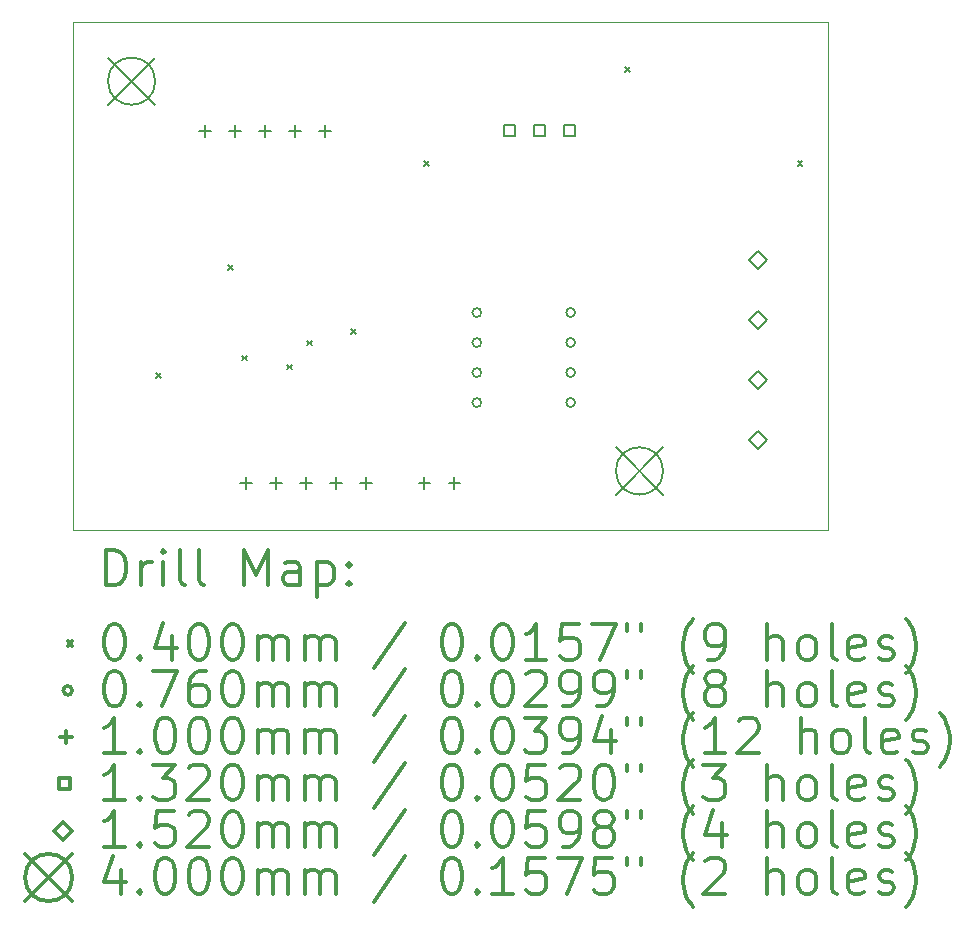
<source format=gbr>
%FSLAX45Y45*%
G04 Gerber Fmt 4.5, Leading zero omitted, Abs format (unit mm)*
G04 Created by KiCad (PCBNEW (5.1.12)-1) date 2022-08-06 16:25:29*
%MOMM*%
%LPD*%
G01*
G04 APERTURE LIST*
%TA.AperFunction,Profile*%
%ADD10C,0.050000*%
%TD*%
%ADD11C,0.200000*%
%ADD12C,0.300000*%
G04 APERTURE END LIST*
D10*
X15400000Y-7200000D02*
X9000000Y-7200000D01*
X15400000Y-11500000D02*
X15400000Y-7200000D01*
X9000000Y-11500000D02*
X15400000Y-11500000D01*
X9000000Y-7200000D02*
X9000000Y-11500000D01*
D11*
X9707500Y-10172500D02*
X9747500Y-10212500D01*
X9747500Y-10172500D02*
X9707500Y-10212500D01*
X10320000Y-9260000D02*
X10360000Y-9300000D01*
X10360000Y-9260000D02*
X10320000Y-9300000D01*
X10436500Y-10023500D02*
X10476500Y-10063500D01*
X10476500Y-10023500D02*
X10436500Y-10063500D01*
X10820000Y-10100000D02*
X10860000Y-10140000D01*
X10860000Y-10100000D02*
X10820000Y-10140000D01*
X10983500Y-9896500D02*
X11023500Y-9936500D01*
X11023500Y-9896500D02*
X10983500Y-9936500D01*
X11360000Y-9800000D02*
X11400000Y-9840000D01*
X11400000Y-9800000D02*
X11360000Y-9840000D01*
X11980000Y-8380000D02*
X12020000Y-8420000D01*
X12020000Y-8380000D02*
X11980000Y-8420000D01*
X13680000Y-7580000D02*
X13720000Y-7620000D01*
X13720000Y-7580000D02*
X13680000Y-7620000D01*
X15140000Y-8380000D02*
X15180000Y-8420000D01*
X15180000Y-8380000D02*
X15140000Y-8420000D01*
X12461000Y-9659000D02*
G75*
G03*
X12461000Y-9659000I-38000J0D01*
G01*
X12461000Y-9913000D02*
G75*
G03*
X12461000Y-9913000I-38000J0D01*
G01*
X12461000Y-10167000D02*
G75*
G03*
X12461000Y-10167000I-38000J0D01*
G01*
X12461000Y-10421000D02*
G75*
G03*
X12461000Y-10421000I-38000J0D01*
G01*
X13255000Y-9659000D02*
G75*
G03*
X13255000Y-9659000I-38000J0D01*
G01*
X13255000Y-9913000D02*
G75*
G03*
X13255000Y-9913000I-38000J0D01*
G01*
X13255000Y-10167000D02*
G75*
G03*
X13255000Y-10167000I-38000J0D01*
G01*
X13255000Y-10421000D02*
G75*
G03*
X13255000Y-10421000I-38000J0D01*
G01*
X10124000Y-8070000D02*
X10124000Y-8170000D01*
X10074000Y-8120000D02*
X10174000Y-8120000D01*
X10378000Y-8070000D02*
X10378000Y-8170000D01*
X10328000Y-8120000D02*
X10428000Y-8120000D01*
X10466000Y-11050000D02*
X10466000Y-11150000D01*
X10416000Y-11100000D02*
X10516000Y-11100000D01*
X10632000Y-8070000D02*
X10632000Y-8170000D01*
X10582000Y-8120000D02*
X10682000Y-8120000D01*
X10720000Y-11050000D02*
X10720000Y-11150000D01*
X10670000Y-11100000D02*
X10770000Y-11100000D01*
X10886000Y-8070000D02*
X10886000Y-8170000D01*
X10836000Y-8120000D02*
X10936000Y-8120000D01*
X10974000Y-11050000D02*
X10974000Y-11150000D01*
X10924000Y-11100000D02*
X11024000Y-11100000D01*
X11140000Y-8070000D02*
X11140000Y-8170000D01*
X11090000Y-8120000D02*
X11190000Y-8120000D01*
X11228000Y-11050000D02*
X11228000Y-11150000D01*
X11178000Y-11100000D02*
X11278000Y-11100000D01*
X11482000Y-11050000D02*
X11482000Y-11150000D01*
X11432000Y-11100000D02*
X11532000Y-11100000D01*
X11980000Y-11050000D02*
X11980000Y-11150000D01*
X11930000Y-11100000D02*
X12030000Y-11100000D01*
X12234000Y-11050000D02*
X12234000Y-11150000D01*
X12184000Y-11100000D02*
X12284000Y-11100000D01*
X12746669Y-8166669D02*
X12746669Y-8073330D01*
X12653330Y-8073330D01*
X12653330Y-8166669D01*
X12746669Y-8166669D01*
X13001669Y-8166669D02*
X13001669Y-8073330D01*
X12908330Y-8073330D01*
X12908330Y-8166669D01*
X13001669Y-8166669D01*
X13256669Y-8166669D02*
X13256669Y-8073330D01*
X13163330Y-8073330D01*
X13163330Y-8166669D01*
X13256669Y-8166669D01*
X14800000Y-9292000D02*
X14876000Y-9216000D01*
X14800000Y-9140000D01*
X14724000Y-9216000D01*
X14800000Y-9292000D01*
X14800000Y-9800000D02*
X14876000Y-9724000D01*
X14800000Y-9648000D01*
X14724000Y-9724000D01*
X14800000Y-9800000D01*
X14800000Y-10308000D02*
X14876000Y-10232000D01*
X14800000Y-10156000D01*
X14724000Y-10232000D01*
X14800000Y-10308000D01*
X14800000Y-10816000D02*
X14876000Y-10740000D01*
X14800000Y-10664000D01*
X14724000Y-10740000D01*
X14800000Y-10816000D01*
X9300000Y-7500000D02*
X9700000Y-7900000D01*
X9700000Y-7500000D02*
X9300000Y-7900000D01*
X9700000Y-7700000D02*
G75*
G03*
X9700000Y-7700000I-200000J0D01*
G01*
X13600000Y-10800000D02*
X14000000Y-11200000D01*
X14000000Y-10800000D02*
X13600000Y-11200000D01*
X14000000Y-11000000D02*
G75*
G03*
X14000000Y-11000000I-200000J0D01*
G01*
D12*
X9283928Y-11968214D02*
X9283928Y-11668214D01*
X9355357Y-11668214D01*
X9398214Y-11682500D01*
X9426786Y-11711071D01*
X9441071Y-11739643D01*
X9455357Y-11796786D01*
X9455357Y-11839643D01*
X9441071Y-11896786D01*
X9426786Y-11925357D01*
X9398214Y-11953929D01*
X9355357Y-11968214D01*
X9283928Y-11968214D01*
X9583928Y-11968214D02*
X9583928Y-11768214D01*
X9583928Y-11825357D02*
X9598214Y-11796786D01*
X9612500Y-11782500D01*
X9641071Y-11768214D01*
X9669643Y-11768214D01*
X9769643Y-11968214D02*
X9769643Y-11768214D01*
X9769643Y-11668214D02*
X9755357Y-11682500D01*
X9769643Y-11696786D01*
X9783928Y-11682500D01*
X9769643Y-11668214D01*
X9769643Y-11696786D01*
X9955357Y-11968214D02*
X9926786Y-11953929D01*
X9912500Y-11925357D01*
X9912500Y-11668214D01*
X10112500Y-11968214D02*
X10083928Y-11953929D01*
X10069643Y-11925357D01*
X10069643Y-11668214D01*
X10455357Y-11968214D02*
X10455357Y-11668214D01*
X10555357Y-11882500D01*
X10655357Y-11668214D01*
X10655357Y-11968214D01*
X10926786Y-11968214D02*
X10926786Y-11811071D01*
X10912500Y-11782500D01*
X10883928Y-11768214D01*
X10826786Y-11768214D01*
X10798214Y-11782500D01*
X10926786Y-11953929D02*
X10898214Y-11968214D01*
X10826786Y-11968214D01*
X10798214Y-11953929D01*
X10783928Y-11925357D01*
X10783928Y-11896786D01*
X10798214Y-11868214D01*
X10826786Y-11853929D01*
X10898214Y-11853929D01*
X10926786Y-11839643D01*
X11069643Y-11768214D02*
X11069643Y-12068214D01*
X11069643Y-11782500D02*
X11098214Y-11768214D01*
X11155357Y-11768214D01*
X11183928Y-11782500D01*
X11198214Y-11796786D01*
X11212500Y-11825357D01*
X11212500Y-11911071D01*
X11198214Y-11939643D01*
X11183928Y-11953929D01*
X11155357Y-11968214D01*
X11098214Y-11968214D01*
X11069643Y-11953929D01*
X11341071Y-11939643D02*
X11355357Y-11953929D01*
X11341071Y-11968214D01*
X11326786Y-11953929D01*
X11341071Y-11939643D01*
X11341071Y-11968214D01*
X11341071Y-11782500D02*
X11355357Y-11796786D01*
X11341071Y-11811071D01*
X11326786Y-11796786D01*
X11341071Y-11782500D01*
X11341071Y-11811071D01*
X8957500Y-12442500D02*
X8997500Y-12482500D01*
X8997500Y-12442500D02*
X8957500Y-12482500D01*
X9341071Y-12298214D02*
X9369643Y-12298214D01*
X9398214Y-12312500D01*
X9412500Y-12326786D01*
X9426786Y-12355357D01*
X9441071Y-12412500D01*
X9441071Y-12483929D01*
X9426786Y-12541071D01*
X9412500Y-12569643D01*
X9398214Y-12583929D01*
X9369643Y-12598214D01*
X9341071Y-12598214D01*
X9312500Y-12583929D01*
X9298214Y-12569643D01*
X9283928Y-12541071D01*
X9269643Y-12483929D01*
X9269643Y-12412500D01*
X9283928Y-12355357D01*
X9298214Y-12326786D01*
X9312500Y-12312500D01*
X9341071Y-12298214D01*
X9569643Y-12569643D02*
X9583928Y-12583929D01*
X9569643Y-12598214D01*
X9555357Y-12583929D01*
X9569643Y-12569643D01*
X9569643Y-12598214D01*
X9841071Y-12398214D02*
X9841071Y-12598214D01*
X9769643Y-12283929D02*
X9698214Y-12498214D01*
X9883928Y-12498214D01*
X10055357Y-12298214D02*
X10083928Y-12298214D01*
X10112500Y-12312500D01*
X10126786Y-12326786D01*
X10141071Y-12355357D01*
X10155357Y-12412500D01*
X10155357Y-12483929D01*
X10141071Y-12541071D01*
X10126786Y-12569643D01*
X10112500Y-12583929D01*
X10083928Y-12598214D01*
X10055357Y-12598214D01*
X10026786Y-12583929D01*
X10012500Y-12569643D01*
X9998214Y-12541071D01*
X9983928Y-12483929D01*
X9983928Y-12412500D01*
X9998214Y-12355357D01*
X10012500Y-12326786D01*
X10026786Y-12312500D01*
X10055357Y-12298214D01*
X10341071Y-12298214D02*
X10369643Y-12298214D01*
X10398214Y-12312500D01*
X10412500Y-12326786D01*
X10426786Y-12355357D01*
X10441071Y-12412500D01*
X10441071Y-12483929D01*
X10426786Y-12541071D01*
X10412500Y-12569643D01*
X10398214Y-12583929D01*
X10369643Y-12598214D01*
X10341071Y-12598214D01*
X10312500Y-12583929D01*
X10298214Y-12569643D01*
X10283928Y-12541071D01*
X10269643Y-12483929D01*
X10269643Y-12412500D01*
X10283928Y-12355357D01*
X10298214Y-12326786D01*
X10312500Y-12312500D01*
X10341071Y-12298214D01*
X10569643Y-12598214D02*
X10569643Y-12398214D01*
X10569643Y-12426786D02*
X10583928Y-12412500D01*
X10612500Y-12398214D01*
X10655357Y-12398214D01*
X10683928Y-12412500D01*
X10698214Y-12441071D01*
X10698214Y-12598214D01*
X10698214Y-12441071D02*
X10712500Y-12412500D01*
X10741071Y-12398214D01*
X10783928Y-12398214D01*
X10812500Y-12412500D01*
X10826786Y-12441071D01*
X10826786Y-12598214D01*
X10969643Y-12598214D02*
X10969643Y-12398214D01*
X10969643Y-12426786D02*
X10983928Y-12412500D01*
X11012500Y-12398214D01*
X11055357Y-12398214D01*
X11083928Y-12412500D01*
X11098214Y-12441071D01*
X11098214Y-12598214D01*
X11098214Y-12441071D02*
X11112500Y-12412500D01*
X11141071Y-12398214D01*
X11183928Y-12398214D01*
X11212500Y-12412500D01*
X11226786Y-12441071D01*
X11226786Y-12598214D01*
X11812500Y-12283929D02*
X11555357Y-12669643D01*
X12198214Y-12298214D02*
X12226786Y-12298214D01*
X12255357Y-12312500D01*
X12269643Y-12326786D01*
X12283928Y-12355357D01*
X12298214Y-12412500D01*
X12298214Y-12483929D01*
X12283928Y-12541071D01*
X12269643Y-12569643D01*
X12255357Y-12583929D01*
X12226786Y-12598214D01*
X12198214Y-12598214D01*
X12169643Y-12583929D01*
X12155357Y-12569643D01*
X12141071Y-12541071D01*
X12126786Y-12483929D01*
X12126786Y-12412500D01*
X12141071Y-12355357D01*
X12155357Y-12326786D01*
X12169643Y-12312500D01*
X12198214Y-12298214D01*
X12426786Y-12569643D02*
X12441071Y-12583929D01*
X12426786Y-12598214D01*
X12412500Y-12583929D01*
X12426786Y-12569643D01*
X12426786Y-12598214D01*
X12626786Y-12298214D02*
X12655357Y-12298214D01*
X12683928Y-12312500D01*
X12698214Y-12326786D01*
X12712500Y-12355357D01*
X12726786Y-12412500D01*
X12726786Y-12483929D01*
X12712500Y-12541071D01*
X12698214Y-12569643D01*
X12683928Y-12583929D01*
X12655357Y-12598214D01*
X12626786Y-12598214D01*
X12598214Y-12583929D01*
X12583928Y-12569643D01*
X12569643Y-12541071D01*
X12555357Y-12483929D01*
X12555357Y-12412500D01*
X12569643Y-12355357D01*
X12583928Y-12326786D01*
X12598214Y-12312500D01*
X12626786Y-12298214D01*
X13012500Y-12598214D02*
X12841071Y-12598214D01*
X12926786Y-12598214D02*
X12926786Y-12298214D01*
X12898214Y-12341071D01*
X12869643Y-12369643D01*
X12841071Y-12383929D01*
X13283928Y-12298214D02*
X13141071Y-12298214D01*
X13126786Y-12441071D01*
X13141071Y-12426786D01*
X13169643Y-12412500D01*
X13241071Y-12412500D01*
X13269643Y-12426786D01*
X13283928Y-12441071D01*
X13298214Y-12469643D01*
X13298214Y-12541071D01*
X13283928Y-12569643D01*
X13269643Y-12583929D01*
X13241071Y-12598214D01*
X13169643Y-12598214D01*
X13141071Y-12583929D01*
X13126786Y-12569643D01*
X13398214Y-12298214D02*
X13598214Y-12298214D01*
X13469643Y-12598214D01*
X13698214Y-12298214D02*
X13698214Y-12355357D01*
X13812500Y-12298214D02*
X13812500Y-12355357D01*
X14255357Y-12712500D02*
X14241071Y-12698214D01*
X14212500Y-12655357D01*
X14198214Y-12626786D01*
X14183928Y-12583929D01*
X14169643Y-12512500D01*
X14169643Y-12455357D01*
X14183928Y-12383929D01*
X14198214Y-12341071D01*
X14212500Y-12312500D01*
X14241071Y-12269643D01*
X14255357Y-12255357D01*
X14383928Y-12598214D02*
X14441071Y-12598214D01*
X14469643Y-12583929D01*
X14483928Y-12569643D01*
X14512500Y-12526786D01*
X14526786Y-12469643D01*
X14526786Y-12355357D01*
X14512500Y-12326786D01*
X14498214Y-12312500D01*
X14469643Y-12298214D01*
X14412500Y-12298214D01*
X14383928Y-12312500D01*
X14369643Y-12326786D01*
X14355357Y-12355357D01*
X14355357Y-12426786D01*
X14369643Y-12455357D01*
X14383928Y-12469643D01*
X14412500Y-12483929D01*
X14469643Y-12483929D01*
X14498214Y-12469643D01*
X14512500Y-12455357D01*
X14526786Y-12426786D01*
X14883928Y-12598214D02*
X14883928Y-12298214D01*
X15012500Y-12598214D02*
X15012500Y-12441071D01*
X14998214Y-12412500D01*
X14969643Y-12398214D01*
X14926786Y-12398214D01*
X14898214Y-12412500D01*
X14883928Y-12426786D01*
X15198214Y-12598214D02*
X15169643Y-12583929D01*
X15155357Y-12569643D01*
X15141071Y-12541071D01*
X15141071Y-12455357D01*
X15155357Y-12426786D01*
X15169643Y-12412500D01*
X15198214Y-12398214D01*
X15241071Y-12398214D01*
X15269643Y-12412500D01*
X15283928Y-12426786D01*
X15298214Y-12455357D01*
X15298214Y-12541071D01*
X15283928Y-12569643D01*
X15269643Y-12583929D01*
X15241071Y-12598214D01*
X15198214Y-12598214D01*
X15469643Y-12598214D02*
X15441071Y-12583929D01*
X15426786Y-12555357D01*
X15426786Y-12298214D01*
X15698214Y-12583929D02*
X15669643Y-12598214D01*
X15612500Y-12598214D01*
X15583928Y-12583929D01*
X15569643Y-12555357D01*
X15569643Y-12441071D01*
X15583928Y-12412500D01*
X15612500Y-12398214D01*
X15669643Y-12398214D01*
X15698214Y-12412500D01*
X15712500Y-12441071D01*
X15712500Y-12469643D01*
X15569643Y-12498214D01*
X15826786Y-12583929D02*
X15855357Y-12598214D01*
X15912500Y-12598214D01*
X15941071Y-12583929D01*
X15955357Y-12555357D01*
X15955357Y-12541071D01*
X15941071Y-12512500D01*
X15912500Y-12498214D01*
X15869643Y-12498214D01*
X15841071Y-12483929D01*
X15826786Y-12455357D01*
X15826786Y-12441071D01*
X15841071Y-12412500D01*
X15869643Y-12398214D01*
X15912500Y-12398214D01*
X15941071Y-12412500D01*
X16055357Y-12712500D02*
X16069643Y-12698214D01*
X16098214Y-12655357D01*
X16112500Y-12626786D01*
X16126786Y-12583929D01*
X16141071Y-12512500D01*
X16141071Y-12455357D01*
X16126786Y-12383929D01*
X16112500Y-12341071D01*
X16098214Y-12312500D01*
X16069643Y-12269643D01*
X16055357Y-12255357D01*
X8997500Y-12858500D02*
G75*
G03*
X8997500Y-12858500I-38000J0D01*
G01*
X9341071Y-12694214D02*
X9369643Y-12694214D01*
X9398214Y-12708500D01*
X9412500Y-12722786D01*
X9426786Y-12751357D01*
X9441071Y-12808500D01*
X9441071Y-12879929D01*
X9426786Y-12937071D01*
X9412500Y-12965643D01*
X9398214Y-12979929D01*
X9369643Y-12994214D01*
X9341071Y-12994214D01*
X9312500Y-12979929D01*
X9298214Y-12965643D01*
X9283928Y-12937071D01*
X9269643Y-12879929D01*
X9269643Y-12808500D01*
X9283928Y-12751357D01*
X9298214Y-12722786D01*
X9312500Y-12708500D01*
X9341071Y-12694214D01*
X9569643Y-12965643D02*
X9583928Y-12979929D01*
X9569643Y-12994214D01*
X9555357Y-12979929D01*
X9569643Y-12965643D01*
X9569643Y-12994214D01*
X9683928Y-12694214D02*
X9883928Y-12694214D01*
X9755357Y-12994214D01*
X10126786Y-12694214D02*
X10069643Y-12694214D01*
X10041071Y-12708500D01*
X10026786Y-12722786D01*
X9998214Y-12765643D01*
X9983928Y-12822786D01*
X9983928Y-12937071D01*
X9998214Y-12965643D01*
X10012500Y-12979929D01*
X10041071Y-12994214D01*
X10098214Y-12994214D01*
X10126786Y-12979929D01*
X10141071Y-12965643D01*
X10155357Y-12937071D01*
X10155357Y-12865643D01*
X10141071Y-12837071D01*
X10126786Y-12822786D01*
X10098214Y-12808500D01*
X10041071Y-12808500D01*
X10012500Y-12822786D01*
X9998214Y-12837071D01*
X9983928Y-12865643D01*
X10341071Y-12694214D02*
X10369643Y-12694214D01*
X10398214Y-12708500D01*
X10412500Y-12722786D01*
X10426786Y-12751357D01*
X10441071Y-12808500D01*
X10441071Y-12879929D01*
X10426786Y-12937071D01*
X10412500Y-12965643D01*
X10398214Y-12979929D01*
X10369643Y-12994214D01*
X10341071Y-12994214D01*
X10312500Y-12979929D01*
X10298214Y-12965643D01*
X10283928Y-12937071D01*
X10269643Y-12879929D01*
X10269643Y-12808500D01*
X10283928Y-12751357D01*
X10298214Y-12722786D01*
X10312500Y-12708500D01*
X10341071Y-12694214D01*
X10569643Y-12994214D02*
X10569643Y-12794214D01*
X10569643Y-12822786D02*
X10583928Y-12808500D01*
X10612500Y-12794214D01*
X10655357Y-12794214D01*
X10683928Y-12808500D01*
X10698214Y-12837071D01*
X10698214Y-12994214D01*
X10698214Y-12837071D02*
X10712500Y-12808500D01*
X10741071Y-12794214D01*
X10783928Y-12794214D01*
X10812500Y-12808500D01*
X10826786Y-12837071D01*
X10826786Y-12994214D01*
X10969643Y-12994214D02*
X10969643Y-12794214D01*
X10969643Y-12822786D02*
X10983928Y-12808500D01*
X11012500Y-12794214D01*
X11055357Y-12794214D01*
X11083928Y-12808500D01*
X11098214Y-12837071D01*
X11098214Y-12994214D01*
X11098214Y-12837071D02*
X11112500Y-12808500D01*
X11141071Y-12794214D01*
X11183928Y-12794214D01*
X11212500Y-12808500D01*
X11226786Y-12837071D01*
X11226786Y-12994214D01*
X11812500Y-12679929D02*
X11555357Y-13065643D01*
X12198214Y-12694214D02*
X12226786Y-12694214D01*
X12255357Y-12708500D01*
X12269643Y-12722786D01*
X12283928Y-12751357D01*
X12298214Y-12808500D01*
X12298214Y-12879929D01*
X12283928Y-12937071D01*
X12269643Y-12965643D01*
X12255357Y-12979929D01*
X12226786Y-12994214D01*
X12198214Y-12994214D01*
X12169643Y-12979929D01*
X12155357Y-12965643D01*
X12141071Y-12937071D01*
X12126786Y-12879929D01*
X12126786Y-12808500D01*
X12141071Y-12751357D01*
X12155357Y-12722786D01*
X12169643Y-12708500D01*
X12198214Y-12694214D01*
X12426786Y-12965643D02*
X12441071Y-12979929D01*
X12426786Y-12994214D01*
X12412500Y-12979929D01*
X12426786Y-12965643D01*
X12426786Y-12994214D01*
X12626786Y-12694214D02*
X12655357Y-12694214D01*
X12683928Y-12708500D01*
X12698214Y-12722786D01*
X12712500Y-12751357D01*
X12726786Y-12808500D01*
X12726786Y-12879929D01*
X12712500Y-12937071D01*
X12698214Y-12965643D01*
X12683928Y-12979929D01*
X12655357Y-12994214D01*
X12626786Y-12994214D01*
X12598214Y-12979929D01*
X12583928Y-12965643D01*
X12569643Y-12937071D01*
X12555357Y-12879929D01*
X12555357Y-12808500D01*
X12569643Y-12751357D01*
X12583928Y-12722786D01*
X12598214Y-12708500D01*
X12626786Y-12694214D01*
X12841071Y-12722786D02*
X12855357Y-12708500D01*
X12883928Y-12694214D01*
X12955357Y-12694214D01*
X12983928Y-12708500D01*
X12998214Y-12722786D01*
X13012500Y-12751357D01*
X13012500Y-12779929D01*
X12998214Y-12822786D01*
X12826786Y-12994214D01*
X13012500Y-12994214D01*
X13155357Y-12994214D02*
X13212500Y-12994214D01*
X13241071Y-12979929D01*
X13255357Y-12965643D01*
X13283928Y-12922786D01*
X13298214Y-12865643D01*
X13298214Y-12751357D01*
X13283928Y-12722786D01*
X13269643Y-12708500D01*
X13241071Y-12694214D01*
X13183928Y-12694214D01*
X13155357Y-12708500D01*
X13141071Y-12722786D01*
X13126786Y-12751357D01*
X13126786Y-12822786D01*
X13141071Y-12851357D01*
X13155357Y-12865643D01*
X13183928Y-12879929D01*
X13241071Y-12879929D01*
X13269643Y-12865643D01*
X13283928Y-12851357D01*
X13298214Y-12822786D01*
X13441071Y-12994214D02*
X13498214Y-12994214D01*
X13526786Y-12979929D01*
X13541071Y-12965643D01*
X13569643Y-12922786D01*
X13583928Y-12865643D01*
X13583928Y-12751357D01*
X13569643Y-12722786D01*
X13555357Y-12708500D01*
X13526786Y-12694214D01*
X13469643Y-12694214D01*
X13441071Y-12708500D01*
X13426786Y-12722786D01*
X13412500Y-12751357D01*
X13412500Y-12822786D01*
X13426786Y-12851357D01*
X13441071Y-12865643D01*
X13469643Y-12879929D01*
X13526786Y-12879929D01*
X13555357Y-12865643D01*
X13569643Y-12851357D01*
X13583928Y-12822786D01*
X13698214Y-12694214D02*
X13698214Y-12751357D01*
X13812500Y-12694214D02*
X13812500Y-12751357D01*
X14255357Y-13108500D02*
X14241071Y-13094214D01*
X14212500Y-13051357D01*
X14198214Y-13022786D01*
X14183928Y-12979929D01*
X14169643Y-12908500D01*
X14169643Y-12851357D01*
X14183928Y-12779929D01*
X14198214Y-12737071D01*
X14212500Y-12708500D01*
X14241071Y-12665643D01*
X14255357Y-12651357D01*
X14412500Y-12822786D02*
X14383928Y-12808500D01*
X14369643Y-12794214D01*
X14355357Y-12765643D01*
X14355357Y-12751357D01*
X14369643Y-12722786D01*
X14383928Y-12708500D01*
X14412500Y-12694214D01*
X14469643Y-12694214D01*
X14498214Y-12708500D01*
X14512500Y-12722786D01*
X14526786Y-12751357D01*
X14526786Y-12765643D01*
X14512500Y-12794214D01*
X14498214Y-12808500D01*
X14469643Y-12822786D01*
X14412500Y-12822786D01*
X14383928Y-12837071D01*
X14369643Y-12851357D01*
X14355357Y-12879929D01*
X14355357Y-12937071D01*
X14369643Y-12965643D01*
X14383928Y-12979929D01*
X14412500Y-12994214D01*
X14469643Y-12994214D01*
X14498214Y-12979929D01*
X14512500Y-12965643D01*
X14526786Y-12937071D01*
X14526786Y-12879929D01*
X14512500Y-12851357D01*
X14498214Y-12837071D01*
X14469643Y-12822786D01*
X14883928Y-12994214D02*
X14883928Y-12694214D01*
X15012500Y-12994214D02*
X15012500Y-12837071D01*
X14998214Y-12808500D01*
X14969643Y-12794214D01*
X14926786Y-12794214D01*
X14898214Y-12808500D01*
X14883928Y-12822786D01*
X15198214Y-12994214D02*
X15169643Y-12979929D01*
X15155357Y-12965643D01*
X15141071Y-12937071D01*
X15141071Y-12851357D01*
X15155357Y-12822786D01*
X15169643Y-12808500D01*
X15198214Y-12794214D01*
X15241071Y-12794214D01*
X15269643Y-12808500D01*
X15283928Y-12822786D01*
X15298214Y-12851357D01*
X15298214Y-12937071D01*
X15283928Y-12965643D01*
X15269643Y-12979929D01*
X15241071Y-12994214D01*
X15198214Y-12994214D01*
X15469643Y-12994214D02*
X15441071Y-12979929D01*
X15426786Y-12951357D01*
X15426786Y-12694214D01*
X15698214Y-12979929D02*
X15669643Y-12994214D01*
X15612500Y-12994214D01*
X15583928Y-12979929D01*
X15569643Y-12951357D01*
X15569643Y-12837071D01*
X15583928Y-12808500D01*
X15612500Y-12794214D01*
X15669643Y-12794214D01*
X15698214Y-12808500D01*
X15712500Y-12837071D01*
X15712500Y-12865643D01*
X15569643Y-12894214D01*
X15826786Y-12979929D02*
X15855357Y-12994214D01*
X15912500Y-12994214D01*
X15941071Y-12979929D01*
X15955357Y-12951357D01*
X15955357Y-12937071D01*
X15941071Y-12908500D01*
X15912500Y-12894214D01*
X15869643Y-12894214D01*
X15841071Y-12879929D01*
X15826786Y-12851357D01*
X15826786Y-12837071D01*
X15841071Y-12808500D01*
X15869643Y-12794214D01*
X15912500Y-12794214D01*
X15941071Y-12808500D01*
X16055357Y-13108500D02*
X16069643Y-13094214D01*
X16098214Y-13051357D01*
X16112500Y-13022786D01*
X16126786Y-12979929D01*
X16141071Y-12908500D01*
X16141071Y-12851357D01*
X16126786Y-12779929D01*
X16112500Y-12737071D01*
X16098214Y-12708500D01*
X16069643Y-12665643D01*
X16055357Y-12651357D01*
X8947500Y-13204500D02*
X8947500Y-13304500D01*
X8897500Y-13254500D02*
X8997500Y-13254500D01*
X9441071Y-13390214D02*
X9269643Y-13390214D01*
X9355357Y-13390214D02*
X9355357Y-13090214D01*
X9326786Y-13133071D01*
X9298214Y-13161643D01*
X9269643Y-13175929D01*
X9569643Y-13361643D02*
X9583928Y-13375929D01*
X9569643Y-13390214D01*
X9555357Y-13375929D01*
X9569643Y-13361643D01*
X9569643Y-13390214D01*
X9769643Y-13090214D02*
X9798214Y-13090214D01*
X9826786Y-13104500D01*
X9841071Y-13118786D01*
X9855357Y-13147357D01*
X9869643Y-13204500D01*
X9869643Y-13275929D01*
X9855357Y-13333071D01*
X9841071Y-13361643D01*
X9826786Y-13375929D01*
X9798214Y-13390214D01*
X9769643Y-13390214D01*
X9741071Y-13375929D01*
X9726786Y-13361643D01*
X9712500Y-13333071D01*
X9698214Y-13275929D01*
X9698214Y-13204500D01*
X9712500Y-13147357D01*
X9726786Y-13118786D01*
X9741071Y-13104500D01*
X9769643Y-13090214D01*
X10055357Y-13090214D02*
X10083928Y-13090214D01*
X10112500Y-13104500D01*
X10126786Y-13118786D01*
X10141071Y-13147357D01*
X10155357Y-13204500D01*
X10155357Y-13275929D01*
X10141071Y-13333071D01*
X10126786Y-13361643D01*
X10112500Y-13375929D01*
X10083928Y-13390214D01*
X10055357Y-13390214D01*
X10026786Y-13375929D01*
X10012500Y-13361643D01*
X9998214Y-13333071D01*
X9983928Y-13275929D01*
X9983928Y-13204500D01*
X9998214Y-13147357D01*
X10012500Y-13118786D01*
X10026786Y-13104500D01*
X10055357Y-13090214D01*
X10341071Y-13090214D02*
X10369643Y-13090214D01*
X10398214Y-13104500D01*
X10412500Y-13118786D01*
X10426786Y-13147357D01*
X10441071Y-13204500D01*
X10441071Y-13275929D01*
X10426786Y-13333071D01*
X10412500Y-13361643D01*
X10398214Y-13375929D01*
X10369643Y-13390214D01*
X10341071Y-13390214D01*
X10312500Y-13375929D01*
X10298214Y-13361643D01*
X10283928Y-13333071D01*
X10269643Y-13275929D01*
X10269643Y-13204500D01*
X10283928Y-13147357D01*
X10298214Y-13118786D01*
X10312500Y-13104500D01*
X10341071Y-13090214D01*
X10569643Y-13390214D02*
X10569643Y-13190214D01*
X10569643Y-13218786D02*
X10583928Y-13204500D01*
X10612500Y-13190214D01*
X10655357Y-13190214D01*
X10683928Y-13204500D01*
X10698214Y-13233071D01*
X10698214Y-13390214D01*
X10698214Y-13233071D02*
X10712500Y-13204500D01*
X10741071Y-13190214D01*
X10783928Y-13190214D01*
X10812500Y-13204500D01*
X10826786Y-13233071D01*
X10826786Y-13390214D01*
X10969643Y-13390214D02*
X10969643Y-13190214D01*
X10969643Y-13218786D02*
X10983928Y-13204500D01*
X11012500Y-13190214D01*
X11055357Y-13190214D01*
X11083928Y-13204500D01*
X11098214Y-13233071D01*
X11098214Y-13390214D01*
X11098214Y-13233071D02*
X11112500Y-13204500D01*
X11141071Y-13190214D01*
X11183928Y-13190214D01*
X11212500Y-13204500D01*
X11226786Y-13233071D01*
X11226786Y-13390214D01*
X11812500Y-13075929D02*
X11555357Y-13461643D01*
X12198214Y-13090214D02*
X12226786Y-13090214D01*
X12255357Y-13104500D01*
X12269643Y-13118786D01*
X12283928Y-13147357D01*
X12298214Y-13204500D01*
X12298214Y-13275929D01*
X12283928Y-13333071D01*
X12269643Y-13361643D01*
X12255357Y-13375929D01*
X12226786Y-13390214D01*
X12198214Y-13390214D01*
X12169643Y-13375929D01*
X12155357Y-13361643D01*
X12141071Y-13333071D01*
X12126786Y-13275929D01*
X12126786Y-13204500D01*
X12141071Y-13147357D01*
X12155357Y-13118786D01*
X12169643Y-13104500D01*
X12198214Y-13090214D01*
X12426786Y-13361643D02*
X12441071Y-13375929D01*
X12426786Y-13390214D01*
X12412500Y-13375929D01*
X12426786Y-13361643D01*
X12426786Y-13390214D01*
X12626786Y-13090214D02*
X12655357Y-13090214D01*
X12683928Y-13104500D01*
X12698214Y-13118786D01*
X12712500Y-13147357D01*
X12726786Y-13204500D01*
X12726786Y-13275929D01*
X12712500Y-13333071D01*
X12698214Y-13361643D01*
X12683928Y-13375929D01*
X12655357Y-13390214D01*
X12626786Y-13390214D01*
X12598214Y-13375929D01*
X12583928Y-13361643D01*
X12569643Y-13333071D01*
X12555357Y-13275929D01*
X12555357Y-13204500D01*
X12569643Y-13147357D01*
X12583928Y-13118786D01*
X12598214Y-13104500D01*
X12626786Y-13090214D01*
X12826786Y-13090214D02*
X13012500Y-13090214D01*
X12912500Y-13204500D01*
X12955357Y-13204500D01*
X12983928Y-13218786D01*
X12998214Y-13233071D01*
X13012500Y-13261643D01*
X13012500Y-13333071D01*
X12998214Y-13361643D01*
X12983928Y-13375929D01*
X12955357Y-13390214D01*
X12869643Y-13390214D01*
X12841071Y-13375929D01*
X12826786Y-13361643D01*
X13155357Y-13390214D02*
X13212500Y-13390214D01*
X13241071Y-13375929D01*
X13255357Y-13361643D01*
X13283928Y-13318786D01*
X13298214Y-13261643D01*
X13298214Y-13147357D01*
X13283928Y-13118786D01*
X13269643Y-13104500D01*
X13241071Y-13090214D01*
X13183928Y-13090214D01*
X13155357Y-13104500D01*
X13141071Y-13118786D01*
X13126786Y-13147357D01*
X13126786Y-13218786D01*
X13141071Y-13247357D01*
X13155357Y-13261643D01*
X13183928Y-13275929D01*
X13241071Y-13275929D01*
X13269643Y-13261643D01*
X13283928Y-13247357D01*
X13298214Y-13218786D01*
X13555357Y-13190214D02*
X13555357Y-13390214D01*
X13483928Y-13075929D02*
X13412500Y-13290214D01*
X13598214Y-13290214D01*
X13698214Y-13090214D02*
X13698214Y-13147357D01*
X13812500Y-13090214D02*
X13812500Y-13147357D01*
X14255357Y-13504500D02*
X14241071Y-13490214D01*
X14212500Y-13447357D01*
X14198214Y-13418786D01*
X14183928Y-13375929D01*
X14169643Y-13304500D01*
X14169643Y-13247357D01*
X14183928Y-13175929D01*
X14198214Y-13133071D01*
X14212500Y-13104500D01*
X14241071Y-13061643D01*
X14255357Y-13047357D01*
X14526786Y-13390214D02*
X14355357Y-13390214D01*
X14441071Y-13390214D02*
X14441071Y-13090214D01*
X14412500Y-13133071D01*
X14383928Y-13161643D01*
X14355357Y-13175929D01*
X14641071Y-13118786D02*
X14655357Y-13104500D01*
X14683928Y-13090214D01*
X14755357Y-13090214D01*
X14783928Y-13104500D01*
X14798214Y-13118786D01*
X14812500Y-13147357D01*
X14812500Y-13175929D01*
X14798214Y-13218786D01*
X14626786Y-13390214D01*
X14812500Y-13390214D01*
X15169643Y-13390214D02*
X15169643Y-13090214D01*
X15298214Y-13390214D02*
X15298214Y-13233071D01*
X15283928Y-13204500D01*
X15255357Y-13190214D01*
X15212500Y-13190214D01*
X15183928Y-13204500D01*
X15169643Y-13218786D01*
X15483928Y-13390214D02*
X15455357Y-13375929D01*
X15441071Y-13361643D01*
X15426786Y-13333071D01*
X15426786Y-13247357D01*
X15441071Y-13218786D01*
X15455357Y-13204500D01*
X15483928Y-13190214D01*
X15526786Y-13190214D01*
X15555357Y-13204500D01*
X15569643Y-13218786D01*
X15583928Y-13247357D01*
X15583928Y-13333071D01*
X15569643Y-13361643D01*
X15555357Y-13375929D01*
X15526786Y-13390214D01*
X15483928Y-13390214D01*
X15755357Y-13390214D02*
X15726786Y-13375929D01*
X15712500Y-13347357D01*
X15712500Y-13090214D01*
X15983928Y-13375929D02*
X15955357Y-13390214D01*
X15898214Y-13390214D01*
X15869643Y-13375929D01*
X15855357Y-13347357D01*
X15855357Y-13233071D01*
X15869643Y-13204500D01*
X15898214Y-13190214D01*
X15955357Y-13190214D01*
X15983928Y-13204500D01*
X15998214Y-13233071D01*
X15998214Y-13261643D01*
X15855357Y-13290214D01*
X16112500Y-13375929D02*
X16141071Y-13390214D01*
X16198214Y-13390214D01*
X16226786Y-13375929D01*
X16241071Y-13347357D01*
X16241071Y-13333071D01*
X16226786Y-13304500D01*
X16198214Y-13290214D01*
X16155357Y-13290214D01*
X16126786Y-13275929D01*
X16112500Y-13247357D01*
X16112500Y-13233071D01*
X16126786Y-13204500D01*
X16155357Y-13190214D01*
X16198214Y-13190214D01*
X16226786Y-13204500D01*
X16341071Y-13504500D02*
X16355357Y-13490214D01*
X16383928Y-13447357D01*
X16398214Y-13418786D01*
X16412500Y-13375929D01*
X16426786Y-13304500D01*
X16426786Y-13247357D01*
X16412500Y-13175929D01*
X16398214Y-13133071D01*
X16383928Y-13104500D01*
X16355357Y-13061643D01*
X16341071Y-13047357D01*
X8978169Y-13697170D02*
X8978169Y-13603831D01*
X8884830Y-13603831D01*
X8884830Y-13697170D01*
X8978169Y-13697170D01*
X9441071Y-13786214D02*
X9269643Y-13786214D01*
X9355357Y-13786214D02*
X9355357Y-13486214D01*
X9326786Y-13529071D01*
X9298214Y-13557643D01*
X9269643Y-13571929D01*
X9569643Y-13757643D02*
X9583928Y-13771929D01*
X9569643Y-13786214D01*
X9555357Y-13771929D01*
X9569643Y-13757643D01*
X9569643Y-13786214D01*
X9683928Y-13486214D02*
X9869643Y-13486214D01*
X9769643Y-13600500D01*
X9812500Y-13600500D01*
X9841071Y-13614786D01*
X9855357Y-13629071D01*
X9869643Y-13657643D01*
X9869643Y-13729071D01*
X9855357Y-13757643D01*
X9841071Y-13771929D01*
X9812500Y-13786214D01*
X9726786Y-13786214D01*
X9698214Y-13771929D01*
X9683928Y-13757643D01*
X9983928Y-13514786D02*
X9998214Y-13500500D01*
X10026786Y-13486214D01*
X10098214Y-13486214D01*
X10126786Y-13500500D01*
X10141071Y-13514786D01*
X10155357Y-13543357D01*
X10155357Y-13571929D01*
X10141071Y-13614786D01*
X9969643Y-13786214D01*
X10155357Y-13786214D01*
X10341071Y-13486214D02*
X10369643Y-13486214D01*
X10398214Y-13500500D01*
X10412500Y-13514786D01*
X10426786Y-13543357D01*
X10441071Y-13600500D01*
X10441071Y-13671929D01*
X10426786Y-13729071D01*
X10412500Y-13757643D01*
X10398214Y-13771929D01*
X10369643Y-13786214D01*
X10341071Y-13786214D01*
X10312500Y-13771929D01*
X10298214Y-13757643D01*
X10283928Y-13729071D01*
X10269643Y-13671929D01*
X10269643Y-13600500D01*
X10283928Y-13543357D01*
X10298214Y-13514786D01*
X10312500Y-13500500D01*
X10341071Y-13486214D01*
X10569643Y-13786214D02*
X10569643Y-13586214D01*
X10569643Y-13614786D02*
X10583928Y-13600500D01*
X10612500Y-13586214D01*
X10655357Y-13586214D01*
X10683928Y-13600500D01*
X10698214Y-13629071D01*
X10698214Y-13786214D01*
X10698214Y-13629071D02*
X10712500Y-13600500D01*
X10741071Y-13586214D01*
X10783928Y-13586214D01*
X10812500Y-13600500D01*
X10826786Y-13629071D01*
X10826786Y-13786214D01*
X10969643Y-13786214D02*
X10969643Y-13586214D01*
X10969643Y-13614786D02*
X10983928Y-13600500D01*
X11012500Y-13586214D01*
X11055357Y-13586214D01*
X11083928Y-13600500D01*
X11098214Y-13629071D01*
X11098214Y-13786214D01*
X11098214Y-13629071D02*
X11112500Y-13600500D01*
X11141071Y-13586214D01*
X11183928Y-13586214D01*
X11212500Y-13600500D01*
X11226786Y-13629071D01*
X11226786Y-13786214D01*
X11812500Y-13471929D02*
X11555357Y-13857643D01*
X12198214Y-13486214D02*
X12226786Y-13486214D01*
X12255357Y-13500500D01*
X12269643Y-13514786D01*
X12283928Y-13543357D01*
X12298214Y-13600500D01*
X12298214Y-13671929D01*
X12283928Y-13729071D01*
X12269643Y-13757643D01*
X12255357Y-13771929D01*
X12226786Y-13786214D01*
X12198214Y-13786214D01*
X12169643Y-13771929D01*
X12155357Y-13757643D01*
X12141071Y-13729071D01*
X12126786Y-13671929D01*
X12126786Y-13600500D01*
X12141071Y-13543357D01*
X12155357Y-13514786D01*
X12169643Y-13500500D01*
X12198214Y-13486214D01*
X12426786Y-13757643D02*
X12441071Y-13771929D01*
X12426786Y-13786214D01*
X12412500Y-13771929D01*
X12426786Y-13757643D01*
X12426786Y-13786214D01*
X12626786Y-13486214D02*
X12655357Y-13486214D01*
X12683928Y-13500500D01*
X12698214Y-13514786D01*
X12712500Y-13543357D01*
X12726786Y-13600500D01*
X12726786Y-13671929D01*
X12712500Y-13729071D01*
X12698214Y-13757643D01*
X12683928Y-13771929D01*
X12655357Y-13786214D01*
X12626786Y-13786214D01*
X12598214Y-13771929D01*
X12583928Y-13757643D01*
X12569643Y-13729071D01*
X12555357Y-13671929D01*
X12555357Y-13600500D01*
X12569643Y-13543357D01*
X12583928Y-13514786D01*
X12598214Y-13500500D01*
X12626786Y-13486214D01*
X12998214Y-13486214D02*
X12855357Y-13486214D01*
X12841071Y-13629071D01*
X12855357Y-13614786D01*
X12883928Y-13600500D01*
X12955357Y-13600500D01*
X12983928Y-13614786D01*
X12998214Y-13629071D01*
X13012500Y-13657643D01*
X13012500Y-13729071D01*
X12998214Y-13757643D01*
X12983928Y-13771929D01*
X12955357Y-13786214D01*
X12883928Y-13786214D01*
X12855357Y-13771929D01*
X12841071Y-13757643D01*
X13126786Y-13514786D02*
X13141071Y-13500500D01*
X13169643Y-13486214D01*
X13241071Y-13486214D01*
X13269643Y-13500500D01*
X13283928Y-13514786D01*
X13298214Y-13543357D01*
X13298214Y-13571929D01*
X13283928Y-13614786D01*
X13112500Y-13786214D01*
X13298214Y-13786214D01*
X13483928Y-13486214D02*
X13512500Y-13486214D01*
X13541071Y-13500500D01*
X13555357Y-13514786D01*
X13569643Y-13543357D01*
X13583928Y-13600500D01*
X13583928Y-13671929D01*
X13569643Y-13729071D01*
X13555357Y-13757643D01*
X13541071Y-13771929D01*
X13512500Y-13786214D01*
X13483928Y-13786214D01*
X13455357Y-13771929D01*
X13441071Y-13757643D01*
X13426786Y-13729071D01*
X13412500Y-13671929D01*
X13412500Y-13600500D01*
X13426786Y-13543357D01*
X13441071Y-13514786D01*
X13455357Y-13500500D01*
X13483928Y-13486214D01*
X13698214Y-13486214D02*
X13698214Y-13543357D01*
X13812500Y-13486214D02*
X13812500Y-13543357D01*
X14255357Y-13900500D02*
X14241071Y-13886214D01*
X14212500Y-13843357D01*
X14198214Y-13814786D01*
X14183928Y-13771929D01*
X14169643Y-13700500D01*
X14169643Y-13643357D01*
X14183928Y-13571929D01*
X14198214Y-13529071D01*
X14212500Y-13500500D01*
X14241071Y-13457643D01*
X14255357Y-13443357D01*
X14341071Y-13486214D02*
X14526786Y-13486214D01*
X14426786Y-13600500D01*
X14469643Y-13600500D01*
X14498214Y-13614786D01*
X14512500Y-13629071D01*
X14526786Y-13657643D01*
X14526786Y-13729071D01*
X14512500Y-13757643D01*
X14498214Y-13771929D01*
X14469643Y-13786214D01*
X14383928Y-13786214D01*
X14355357Y-13771929D01*
X14341071Y-13757643D01*
X14883928Y-13786214D02*
X14883928Y-13486214D01*
X15012500Y-13786214D02*
X15012500Y-13629071D01*
X14998214Y-13600500D01*
X14969643Y-13586214D01*
X14926786Y-13586214D01*
X14898214Y-13600500D01*
X14883928Y-13614786D01*
X15198214Y-13786214D02*
X15169643Y-13771929D01*
X15155357Y-13757643D01*
X15141071Y-13729071D01*
X15141071Y-13643357D01*
X15155357Y-13614786D01*
X15169643Y-13600500D01*
X15198214Y-13586214D01*
X15241071Y-13586214D01*
X15269643Y-13600500D01*
X15283928Y-13614786D01*
X15298214Y-13643357D01*
X15298214Y-13729071D01*
X15283928Y-13757643D01*
X15269643Y-13771929D01*
X15241071Y-13786214D01*
X15198214Y-13786214D01*
X15469643Y-13786214D02*
X15441071Y-13771929D01*
X15426786Y-13743357D01*
X15426786Y-13486214D01*
X15698214Y-13771929D02*
X15669643Y-13786214D01*
X15612500Y-13786214D01*
X15583928Y-13771929D01*
X15569643Y-13743357D01*
X15569643Y-13629071D01*
X15583928Y-13600500D01*
X15612500Y-13586214D01*
X15669643Y-13586214D01*
X15698214Y-13600500D01*
X15712500Y-13629071D01*
X15712500Y-13657643D01*
X15569643Y-13686214D01*
X15826786Y-13771929D02*
X15855357Y-13786214D01*
X15912500Y-13786214D01*
X15941071Y-13771929D01*
X15955357Y-13743357D01*
X15955357Y-13729071D01*
X15941071Y-13700500D01*
X15912500Y-13686214D01*
X15869643Y-13686214D01*
X15841071Y-13671929D01*
X15826786Y-13643357D01*
X15826786Y-13629071D01*
X15841071Y-13600500D01*
X15869643Y-13586214D01*
X15912500Y-13586214D01*
X15941071Y-13600500D01*
X16055357Y-13900500D02*
X16069643Y-13886214D01*
X16098214Y-13843357D01*
X16112500Y-13814786D01*
X16126786Y-13771929D01*
X16141071Y-13700500D01*
X16141071Y-13643357D01*
X16126786Y-13571929D01*
X16112500Y-13529071D01*
X16098214Y-13500500D01*
X16069643Y-13457643D01*
X16055357Y-13443357D01*
X8921500Y-14122500D02*
X8997500Y-14046500D01*
X8921500Y-13970500D01*
X8845500Y-14046500D01*
X8921500Y-14122500D01*
X9441071Y-14182214D02*
X9269643Y-14182214D01*
X9355357Y-14182214D02*
X9355357Y-13882214D01*
X9326786Y-13925071D01*
X9298214Y-13953643D01*
X9269643Y-13967929D01*
X9569643Y-14153643D02*
X9583928Y-14167929D01*
X9569643Y-14182214D01*
X9555357Y-14167929D01*
X9569643Y-14153643D01*
X9569643Y-14182214D01*
X9855357Y-13882214D02*
X9712500Y-13882214D01*
X9698214Y-14025071D01*
X9712500Y-14010786D01*
X9741071Y-13996500D01*
X9812500Y-13996500D01*
X9841071Y-14010786D01*
X9855357Y-14025071D01*
X9869643Y-14053643D01*
X9869643Y-14125071D01*
X9855357Y-14153643D01*
X9841071Y-14167929D01*
X9812500Y-14182214D01*
X9741071Y-14182214D01*
X9712500Y-14167929D01*
X9698214Y-14153643D01*
X9983928Y-13910786D02*
X9998214Y-13896500D01*
X10026786Y-13882214D01*
X10098214Y-13882214D01*
X10126786Y-13896500D01*
X10141071Y-13910786D01*
X10155357Y-13939357D01*
X10155357Y-13967929D01*
X10141071Y-14010786D01*
X9969643Y-14182214D01*
X10155357Y-14182214D01*
X10341071Y-13882214D02*
X10369643Y-13882214D01*
X10398214Y-13896500D01*
X10412500Y-13910786D01*
X10426786Y-13939357D01*
X10441071Y-13996500D01*
X10441071Y-14067929D01*
X10426786Y-14125071D01*
X10412500Y-14153643D01*
X10398214Y-14167929D01*
X10369643Y-14182214D01*
X10341071Y-14182214D01*
X10312500Y-14167929D01*
X10298214Y-14153643D01*
X10283928Y-14125071D01*
X10269643Y-14067929D01*
X10269643Y-13996500D01*
X10283928Y-13939357D01*
X10298214Y-13910786D01*
X10312500Y-13896500D01*
X10341071Y-13882214D01*
X10569643Y-14182214D02*
X10569643Y-13982214D01*
X10569643Y-14010786D02*
X10583928Y-13996500D01*
X10612500Y-13982214D01*
X10655357Y-13982214D01*
X10683928Y-13996500D01*
X10698214Y-14025071D01*
X10698214Y-14182214D01*
X10698214Y-14025071D02*
X10712500Y-13996500D01*
X10741071Y-13982214D01*
X10783928Y-13982214D01*
X10812500Y-13996500D01*
X10826786Y-14025071D01*
X10826786Y-14182214D01*
X10969643Y-14182214D02*
X10969643Y-13982214D01*
X10969643Y-14010786D02*
X10983928Y-13996500D01*
X11012500Y-13982214D01*
X11055357Y-13982214D01*
X11083928Y-13996500D01*
X11098214Y-14025071D01*
X11098214Y-14182214D01*
X11098214Y-14025071D02*
X11112500Y-13996500D01*
X11141071Y-13982214D01*
X11183928Y-13982214D01*
X11212500Y-13996500D01*
X11226786Y-14025071D01*
X11226786Y-14182214D01*
X11812500Y-13867929D02*
X11555357Y-14253643D01*
X12198214Y-13882214D02*
X12226786Y-13882214D01*
X12255357Y-13896500D01*
X12269643Y-13910786D01*
X12283928Y-13939357D01*
X12298214Y-13996500D01*
X12298214Y-14067929D01*
X12283928Y-14125071D01*
X12269643Y-14153643D01*
X12255357Y-14167929D01*
X12226786Y-14182214D01*
X12198214Y-14182214D01*
X12169643Y-14167929D01*
X12155357Y-14153643D01*
X12141071Y-14125071D01*
X12126786Y-14067929D01*
X12126786Y-13996500D01*
X12141071Y-13939357D01*
X12155357Y-13910786D01*
X12169643Y-13896500D01*
X12198214Y-13882214D01*
X12426786Y-14153643D02*
X12441071Y-14167929D01*
X12426786Y-14182214D01*
X12412500Y-14167929D01*
X12426786Y-14153643D01*
X12426786Y-14182214D01*
X12626786Y-13882214D02*
X12655357Y-13882214D01*
X12683928Y-13896500D01*
X12698214Y-13910786D01*
X12712500Y-13939357D01*
X12726786Y-13996500D01*
X12726786Y-14067929D01*
X12712500Y-14125071D01*
X12698214Y-14153643D01*
X12683928Y-14167929D01*
X12655357Y-14182214D01*
X12626786Y-14182214D01*
X12598214Y-14167929D01*
X12583928Y-14153643D01*
X12569643Y-14125071D01*
X12555357Y-14067929D01*
X12555357Y-13996500D01*
X12569643Y-13939357D01*
X12583928Y-13910786D01*
X12598214Y-13896500D01*
X12626786Y-13882214D01*
X12998214Y-13882214D02*
X12855357Y-13882214D01*
X12841071Y-14025071D01*
X12855357Y-14010786D01*
X12883928Y-13996500D01*
X12955357Y-13996500D01*
X12983928Y-14010786D01*
X12998214Y-14025071D01*
X13012500Y-14053643D01*
X13012500Y-14125071D01*
X12998214Y-14153643D01*
X12983928Y-14167929D01*
X12955357Y-14182214D01*
X12883928Y-14182214D01*
X12855357Y-14167929D01*
X12841071Y-14153643D01*
X13155357Y-14182214D02*
X13212500Y-14182214D01*
X13241071Y-14167929D01*
X13255357Y-14153643D01*
X13283928Y-14110786D01*
X13298214Y-14053643D01*
X13298214Y-13939357D01*
X13283928Y-13910786D01*
X13269643Y-13896500D01*
X13241071Y-13882214D01*
X13183928Y-13882214D01*
X13155357Y-13896500D01*
X13141071Y-13910786D01*
X13126786Y-13939357D01*
X13126786Y-14010786D01*
X13141071Y-14039357D01*
X13155357Y-14053643D01*
X13183928Y-14067929D01*
X13241071Y-14067929D01*
X13269643Y-14053643D01*
X13283928Y-14039357D01*
X13298214Y-14010786D01*
X13469643Y-14010786D02*
X13441071Y-13996500D01*
X13426786Y-13982214D01*
X13412500Y-13953643D01*
X13412500Y-13939357D01*
X13426786Y-13910786D01*
X13441071Y-13896500D01*
X13469643Y-13882214D01*
X13526786Y-13882214D01*
X13555357Y-13896500D01*
X13569643Y-13910786D01*
X13583928Y-13939357D01*
X13583928Y-13953643D01*
X13569643Y-13982214D01*
X13555357Y-13996500D01*
X13526786Y-14010786D01*
X13469643Y-14010786D01*
X13441071Y-14025071D01*
X13426786Y-14039357D01*
X13412500Y-14067929D01*
X13412500Y-14125071D01*
X13426786Y-14153643D01*
X13441071Y-14167929D01*
X13469643Y-14182214D01*
X13526786Y-14182214D01*
X13555357Y-14167929D01*
X13569643Y-14153643D01*
X13583928Y-14125071D01*
X13583928Y-14067929D01*
X13569643Y-14039357D01*
X13555357Y-14025071D01*
X13526786Y-14010786D01*
X13698214Y-13882214D02*
X13698214Y-13939357D01*
X13812500Y-13882214D02*
X13812500Y-13939357D01*
X14255357Y-14296500D02*
X14241071Y-14282214D01*
X14212500Y-14239357D01*
X14198214Y-14210786D01*
X14183928Y-14167929D01*
X14169643Y-14096500D01*
X14169643Y-14039357D01*
X14183928Y-13967929D01*
X14198214Y-13925071D01*
X14212500Y-13896500D01*
X14241071Y-13853643D01*
X14255357Y-13839357D01*
X14498214Y-13982214D02*
X14498214Y-14182214D01*
X14426786Y-13867929D02*
X14355357Y-14082214D01*
X14541071Y-14082214D01*
X14883928Y-14182214D02*
X14883928Y-13882214D01*
X15012500Y-14182214D02*
X15012500Y-14025071D01*
X14998214Y-13996500D01*
X14969643Y-13982214D01*
X14926786Y-13982214D01*
X14898214Y-13996500D01*
X14883928Y-14010786D01*
X15198214Y-14182214D02*
X15169643Y-14167929D01*
X15155357Y-14153643D01*
X15141071Y-14125071D01*
X15141071Y-14039357D01*
X15155357Y-14010786D01*
X15169643Y-13996500D01*
X15198214Y-13982214D01*
X15241071Y-13982214D01*
X15269643Y-13996500D01*
X15283928Y-14010786D01*
X15298214Y-14039357D01*
X15298214Y-14125071D01*
X15283928Y-14153643D01*
X15269643Y-14167929D01*
X15241071Y-14182214D01*
X15198214Y-14182214D01*
X15469643Y-14182214D02*
X15441071Y-14167929D01*
X15426786Y-14139357D01*
X15426786Y-13882214D01*
X15698214Y-14167929D02*
X15669643Y-14182214D01*
X15612500Y-14182214D01*
X15583928Y-14167929D01*
X15569643Y-14139357D01*
X15569643Y-14025071D01*
X15583928Y-13996500D01*
X15612500Y-13982214D01*
X15669643Y-13982214D01*
X15698214Y-13996500D01*
X15712500Y-14025071D01*
X15712500Y-14053643D01*
X15569643Y-14082214D01*
X15826786Y-14167929D02*
X15855357Y-14182214D01*
X15912500Y-14182214D01*
X15941071Y-14167929D01*
X15955357Y-14139357D01*
X15955357Y-14125071D01*
X15941071Y-14096500D01*
X15912500Y-14082214D01*
X15869643Y-14082214D01*
X15841071Y-14067929D01*
X15826786Y-14039357D01*
X15826786Y-14025071D01*
X15841071Y-13996500D01*
X15869643Y-13982214D01*
X15912500Y-13982214D01*
X15941071Y-13996500D01*
X16055357Y-14296500D02*
X16069643Y-14282214D01*
X16098214Y-14239357D01*
X16112500Y-14210786D01*
X16126786Y-14167929D01*
X16141071Y-14096500D01*
X16141071Y-14039357D01*
X16126786Y-13967929D01*
X16112500Y-13925071D01*
X16098214Y-13896500D01*
X16069643Y-13853643D01*
X16055357Y-13839357D01*
X8597500Y-14242500D02*
X8997500Y-14642500D01*
X8997500Y-14242500D02*
X8597500Y-14642500D01*
X8997500Y-14442500D02*
G75*
G03*
X8997500Y-14442500I-200000J0D01*
G01*
X9412500Y-14378214D02*
X9412500Y-14578214D01*
X9341071Y-14263929D02*
X9269643Y-14478214D01*
X9455357Y-14478214D01*
X9569643Y-14549643D02*
X9583928Y-14563929D01*
X9569643Y-14578214D01*
X9555357Y-14563929D01*
X9569643Y-14549643D01*
X9569643Y-14578214D01*
X9769643Y-14278214D02*
X9798214Y-14278214D01*
X9826786Y-14292500D01*
X9841071Y-14306786D01*
X9855357Y-14335357D01*
X9869643Y-14392500D01*
X9869643Y-14463929D01*
X9855357Y-14521071D01*
X9841071Y-14549643D01*
X9826786Y-14563929D01*
X9798214Y-14578214D01*
X9769643Y-14578214D01*
X9741071Y-14563929D01*
X9726786Y-14549643D01*
X9712500Y-14521071D01*
X9698214Y-14463929D01*
X9698214Y-14392500D01*
X9712500Y-14335357D01*
X9726786Y-14306786D01*
X9741071Y-14292500D01*
X9769643Y-14278214D01*
X10055357Y-14278214D02*
X10083928Y-14278214D01*
X10112500Y-14292500D01*
X10126786Y-14306786D01*
X10141071Y-14335357D01*
X10155357Y-14392500D01*
X10155357Y-14463929D01*
X10141071Y-14521071D01*
X10126786Y-14549643D01*
X10112500Y-14563929D01*
X10083928Y-14578214D01*
X10055357Y-14578214D01*
X10026786Y-14563929D01*
X10012500Y-14549643D01*
X9998214Y-14521071D01*
X9983928Y-14463929D01*
X9983928Y-14392500D01*
X9998214Y-14335357D01*
X10012500Y-14306786D01*
X10026786Y-14292500D01*
X10055357Y-14278214D01*
X10341071Y-14278214D02*
X10369643Y-14278214D01*
X10398214Y-14292500D01*
X10412500Y-14306786D01*
X10426786Y-14335357D01*
X10441071Y-14392500D01*
X10441071Y-14463929D01*
X10426786Y-14521071D01*
X10412500Y-14549643D01*
X10398214Y-14563929D01*
X10369643Y-14578214D01*
X10341071Y-14578214D01*
X10312500Y-14563929D01*
X10298214Y-14549643D01*
X10283928Y-14521071D01*
X10269643Y-14463929D01*
X10269643Y-14392500D01*
X10283928Y-14335357D01*
X10298214Y-14306786D01*
X10312500Y-14292500D01*
X10341071Y-14278214D01*
X10569643Y-14578214D02*
X10569643Y-14378214D01*
X10569643Y-14406786D02*
X10583928Y-14392500D01*
X10612500Y-14378214D01*
X10655357Y-14378214D01*
X10683928Y-14392500D01*
X10698214Y-14421071D01*
X10698214Y-14578214D01*
X10698214Y-14421071D02*
X10712500Y-14392500D01*
X10741071Y-14378214D01*
X10783928Y-14378214D01*
X10812500Y-14392500D01*
X10826786Y-14421071D01*
X10826786Y-14578214D01*
X10969643Y-14578214D02*
X10969643Y-14378214D01*
X10969643Y-14406786D02*
X10983928Y-14392500D01*
X11012500Y-14378214D01*
X11055357Y-14378214D01*
X11083928Y-14392500D01*
X11098214Y-14421071D01*
X11098214Y-14578214D01*
X11098214Y-14421071D02*
X11112500Y-14392500D01*
X11141071Y-14378214D01*
X11183928Y-14378214D01*
X11212500Y-14392500D01*
X11226786Y-14421071D01*
X11226786Y-14578214D01*
X11812500Y-14263929D02*
X11555357Y-14649643D01*
X12198214Y-14278214D02*
X12226786Y-14278214D01*
X12255357Y-14292500D01*
X12269643Y-14306786D01*
X12283928Y-14335357D01*
X12298214Y-14392500D01*
X12298214Y-14463929D01*
X12283928Y-14521071D01*
X12269643Y-14549643D01*
X12255357Y-14563929D01*
X12226786Y-14578214D01*
X12198214Y-14578214D01*
X12169643Y-14563929D01*
X12155357Y-14549643D01*
X12141071Y-14521071D01*
X12126786Y-14463929D01*
X12126786Y-14392500D01*
X12141071Y-14335357D01*
X12155357Y-14306786D01*
X12169643Y-14292500D01*
X12198214Y-14278214D01*
X12426786Y-14549643D02*
X12441071Y-14563929D01*
X12426786Y-14578214D01*
X12412500Y-14563929D01*
X12426786Y-14549643D01*
X12426786Y-14578214D01*
X12726786Y-14578214D02*
X12555357Y-14578214D01*
X12641071Y-14578214D02*
X12641071Y-14278214D01*
X12612500Y-14321071D01*
X12583928Y-14349643D01*
X12555357Y-14363929D01*
X12998214Y-14278214D02*
X12855357Y-14278214D01*
X12841071Y-14421071D01*
X12855357Y-14406786D01*
X12883928Y-14392500D01*
X12955357Y-14392500D01*
X12983928Y-14406786D01*
X12998214Y-14421071D01*
X13012500Y-14449643D01*
X13012500Y-14521071D01*
X12998214Y-14549643D01*
X12983928Y-14563929D01*
X12955357Y-14578214D01*
X12883928Y-14578214D01*
X12855357Y-14563929D01*
X12841071Y-14549643D01*
X13112500Y-14278214D02*
X13312500Y-14278214D01*
X13183928Y-14578214D01*
X13569643Y-14278214D02*
X13426786Y-14278214D01*
X13412500Y-14421071D01*
X13426786Y-14406786D01*
X13455357Y-14392500D01*
X13526786Y-14392500D01*
X13555357Y-14406786D01*
X13569643Y-14421071D01*
X13583928Y-14449643D01*
X13583928Y-14521071D01*
X13569643Y-14549643D01*
X13555357Y-14563929D01*
X13526786Y-14578214D01*
X13455357Y-14578214D01*
X13426786Y-14563929D01*
X13412500Y-14549643D01*
X13698214Y-14278214D02*
X13698214Y-14335357D01*
X13812500Y-14278214D02*
X13812500Y-14335357D01*
X14255357Y-14692500D02*
X14241071Y-14678214D01*
X14212500Y-14635357D01*
X14198214Y-14606786D01*
X14183928Y-14563929D01*
X14169643Y-14492500D01*
X14169643Y-14435357D01*
X14183928Y-14363929D01*
X14198214Y-14321071D01*
X14212500Y-14292500D01*
X14241071Y-14249643D01*
X14255357Y-14235357D01*
X14355357Y-14306786D02*
X14369643Y-14292500D01*
X14398214Y-14278214D01*
X14469643Y-14278214D01*
X14498214Y-14292500D01*
X14512500Y-14306786D01*
X14526786Y-14335357D01*
X14526786Y-14363929D01*
X14512500Y-14406786D01*
X14341071Y-14578214D01*
X14526786Y-14578214D01*
X14883928Y-14578214D02*
X14883928Y-14278214D01*
X15012500Y-14578214D02*
X15012500Y-14421071D01*
X14998214Y-14392500D01*
X14969643Y-14378214D01*
X14926786Y-14378214D01*
X14898214Y-14392500D01*
X14883928Y-14406786D01*
X15198214Y-14578214D02*
X15169643Y-14563929D01*
X15155357Y-14549643D01*
X15141071Y-14521071D01*
X15141071Y-14435357D01*
X15155357Y-14406786D01*
X15169643Y-14392500D01*
X15198214Y-14378214D01*
X15241071Y-14378214D01*
X15269643Y-14392500D01*
X15283928Y-14406786D01*
X15298214Y-14435357D01*
X15298214Y-14521071D01*
X15283928Y-14549643D01*
X15269643Y-14563929D01*
X15241071Y-14578214D01*
X15198214Y-14578214D01*
X15469643Y-14578214D02*
X15441071Y-14563929D01*
X15426786Y-14535357D01*
X15426786Y-14278214D01*
X15698214Y-14563929D02*
X15669643Y-14578214D01*
X15612500Y-14578214D01*
X15583928Y-14563929D01*
X15569643Y-14535357D01*
X15569643Y-14421071D01*
X15583928Y-14392500D01*
X15612500Y-14378214D01*
X15669643Y-14378214D01*
X15698214Y-14392500D01*
X15712500Y-14421071D01*
X15712500Y-14449643D01*
X15569643Y-14478214D01*
X15826786Y-14563929D02*
X15855357Y-14578214D01*
X15912500Y-14578214D01*
X15941071Y-14563929D01*
X15955357Y-14535357D01*
X15955357Y-14521071D01*
X15941071Y-14492500D01*
X15912500Y-14478214D01*
X15869643Y-14478214D01*
X15841071Y-14463929D01*
X15826786Y-14435357D01*
X15826786Y-14421071D01*
X15841071Y-14392500D01*
X15869643Y-14378214D01*
X15912500Y-14378214D01*
X15941071Y-14392500D01*
X16055357Y-14692500D02*
X16069643Y-14678214D01*
X16098214Y-14635357D01*
X16112500Y-14606786D01*
X16126786Y-14563929D01*
X16141071Y-14492500D01*
X16141071Y-14435357D01*
X16126786Y-14363929D01*
X16112500Y-14321071D01*
X16098214Y-14292500D01*
X16069643Y-14249643D01*
X16055357Y-14235357D01*
M02*

</source>
